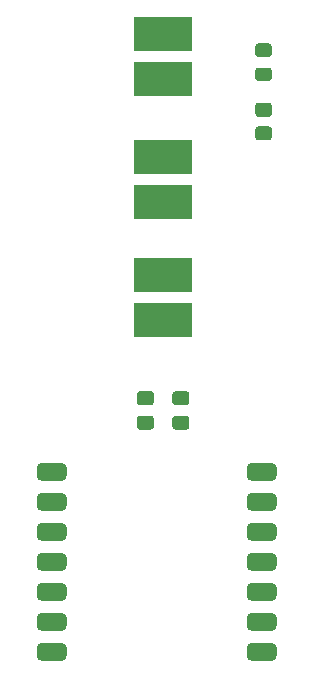
<source format=gbs>
G04 #@! TF.GenerationSoftware,KiCad,Pcbnew,5.1.9+dfsg1-1*
G04 #@! TF.CreationDate,2022-11-10T16:00:36+09:00*
G04 #@! TF.ProjectId,esp32-button,65737033-322d-4627-9574-746f6e2e6b69,rev?*
G04 #@! TF.SameCoordinates,Original*
G04 #@! TF.FileFunction,Soldermask,Bot*
G04 #@! TF.FilePolarity,Negative*
%FSLAX46Y46*%
G04 Gerber Fmt 4.6, Leading zero omitted, Abs format (unit mm)*
G04 Created by KiCad (PCBNEW 5.1.9+dfsg1-1) date 2022-11-10 16:00:36*
%MOMM*%
%LPD*%
G01*
G04 APERTURE LIST*
%ADD10R,5.000000X3.000000*%
G04 APERTURE END LIST*
G36*
G01*
X145975000Y-101087500D02*
X145025000Y-101087500D01*
G75*
G02*
X144775000Y-100837500I0J250000D01*
G01*
X144775000Y-100162500D01*
G75*
G02*
X145025000Y-99912500I250000J0D01*
G01*
X145975000Y-99912500D01*
G75*
G02*
X146225000Y-100162500I0J-250000D01*
G01*
X146225000Y-100837500D01*
G75*
G02*
X145975000Y-101087500I-250000J0D01*
G01*
G37*
G36*
G01*
X145975000Y-99012500D02*
X145025000Y-99012500D01*
G75*
G02*
X144775000Y-98762500I0J250000D01*
G01*
X144775000Y-98087500D01*
G75*
G02*
X145025000Y-97837500I250000J0D01*
G01*
X145975000Y-97837500D01*
G75*
G02*
X146225000Y-98087500I0J-250000D01*
G01*
X146225000Y-98762500D01*
G75*
G02*
X145975000Y-99012500I-250000J0D01*
G01*
G37*
G36*
G01*
X142975000Y-99012500D02*
X142025000Y-99012500D01*
G75*
G02*
X141775000Y-98762500I0J250000D01*
G01*
X141775000Y-98087500D01*
G75*
G02*
X142025000Y-97837500I250000J0D01*
G01*
X142975000Y-97837500D01*
G75*
G02*
X143225000Y-98087500I0J-250000D01*
G01*
X143225000Y-98762500D01*
G75*
G02*
X142975000Y-99012500I-250000J0D01*
G01*
G37*
G36*
G01*
X142975000Y-101087500D02*
X142025000Y-101087500D01*
G75*
G02*
X141775000Y-100837500I0J250000D01*
G01*
X141775000Y-100162500D01*
G75*
G02*
X142025000Y-99912500I250000J0D01*
G01*
X142975000Y-99912500D01*
G75*
G02*
X143225000Y-100162500I0J-250000D01*
G01*
X143225000Y-100837500D01*
G75*
G02*
X142975000Y-101087500I-250000J0D01*
G01*
G37*
G36*
G01*
X152049999Y-68375000D02*
X152950001Y-68375000D01*
G75*
G02*
X153200000Y-68624999I0J-249999D01*
G01*
X153200000Y-69275001D01*
G75*
G02*
X152950001Y-69525000I-249999J0D01*
G01*
X152049999Y-69525000D01*
G75*
G02*
X151800000Y-69275001I0J249999D01*
G01*
X151800000Y-68624999D01*
G75*
G02*
X152049999Y-68375000I249999J0D01*
G01*
G37*
G36*
G01*
X152049999Y-70425000D02*
X152950001Y-70425000D01*
G75*
G02*
X153200000Y-70674999I0J-249999D01*
G01*
X153200000Y-71325001D01*
G75*
G02*
X152950001Y-71575000I-249999J0D01*
G01*
X152049999Y-71575000D01*
G75*
G02*
X151800000Y-71325001I0J249999D01*
G01*
X151800000Y-70674999D01*
G75*
G02*
X152049999Y-70425000I249999J0D01*
G01*
G37*
D10*
X144000000Y-88000000D03*
X144000000Y-91810000D03*
G36*
G01*
X152049999Y-75400000D02*
X152950001Y-75400000D01*
G75*
G02*
X153200000Y-75649999I0J-249999D01*
G01*
X153200000Y-76350001D01*
G75*
G02*
X152950001Y-76600000I-249999J0D01*
G01*
X152049999Y-76600000D01*
G75*
G02*
X151800000Y-76350001I0J249999D01*
G01*
X151800000Y-75649999D01*
G75*
G02*
X152049999Y-75400000I249999J0D01*
G01*
G37*
G36*
G01*
X152049999Y-73400000D02*
X152950001Y-73400000D01*
G75*
G02*
X153200000Y-73649999I0J-249999D01*
G01*
X153200000Y-74350001D01*
G75*
G02*
X152950001Y-74600000I-249999J0D01*
G01*
X152049999Y-74600000D01*
G75*
G02*
X151800000Y-74350001I0J249999D01*
G01*
X151800000Y-73649999D01*
G75*
G02*
X152049999Y-73400000I249999J0D01*
G01*
G37*
G36*
G01*
X133320000Y-120275000D02*
X133320000Y-119525000D01*
G75*
G02*
X133695000Y-119150000I375000J0D01*
G01*
X135445000Y-119150000D01*
G75*
G02*
X135820000Y-119525000I0J-375000D01*
G01*
X135820000Y-120275000D01*
G75*
G02*
X135445000Y-120650000I-375000J0D01*
G01*
X133695000Y-120650000D01*
G75*
G02*
X133320000Y-120275000I0J375000D01*
G01*
G37*
G36*
G01*
X133320000Y-117735000D02*
X133320000Y-116985000D01*
G75*
G02*
X133695000Y-116610000I375000J0D01*
G01*
X135445000Y-116610000D01*
G75*
G02*
X135820000Y-116985000I0J-375000D01*
G01*
X135820000Y-117735000D01*
G75*
G02*
X135445000Y-118110000I-375000J0D01*
G01*
X133695000Y-118110000D01*
G75*
G02*
X133320000Y-117735000I0J375000D01*
G01*
G37*
G36*
G01*
X133320000Y-115195000D02*
X133320000Y-114445000D01*
G75*
G02*
X133695000Y-114070000I375000J0D01*
G01*
X135445000Y-114070000D01*
G75*
G02*
X135820000Y-114445000I0J-375000D01*
G01*
X135820000Y-115195000D01*
G75*
G02*
X135445000Y-115570000I-375000J0D01*
G01*
X133695000Y-115570000D01*
G75*
G02*
X133320000Y-115195000I0J375000D01*
G01*
G37*
G36*
G01*
X133320000Y-112655000D02*
X133320000Y-111905000D01*
G75*
G02*
X133695000Y-111530000I375000J0D01*
G01*
X135445000Y-111530000D01*
G75*
G02*
X135820000Y-111905000I0J-375000D01*
G01*
X135820000Y-112655000D01*
G75*
G02*
X135445000Y-113030000I-375000J0D01*
G01*
X133695000Y-113030000D01*
G75*
G02*
X133320000Y-112655000I0J375000D01*
G01*
G37*
G36*
G01*
X133320000Y-110115000D02*
X133320000Y-109365000D01*
G75*
G02*
X133695000Y-108990000I375000J0D01*
G01*
X135445000Y-108990000D01*
G75*
G02*
X135820000Y-109365000I0J-375000D01*
G01*
X135820000Y-110115000D01*
G75*
G02*
X135445000Y-110490000I-375000J0D01*
G01*
X133695000Y-110490000D01*
G75*
G02*
X133320000Y-110115000I0J375000D01*
G01*
G37*
G36*
G01*
X133320000Y-107575000D02*
X133320000Y-106825000D01*
G75*
G02*
X133695000Y-106450000I375000J0D01*
G01*
X135445000Y-106450000D01*
G75*
G02*
X135820000Y-106825000I0J-375000D01*
G01*
X135820000Y-107575000D01*
G75*
G02*
X135445000Y-107950000I-375000J0D01*
G01*
X133695000Y-107950000D01*
G75*
G02*
X133320000Y-107575000I0J375000D01*
G01*
G37*
G36*
G01*
X133320000Y-105035000D02*
X133320000Y-104285000D01*
G75*
G02*
X133695000Y-103910000I375000J0D01*
G01*
X135445000Y-103910000D01*
G75*
G02*
X135820000Y-104285000I0J-375000D01*
G01*
X135820000Y-105035000D01*
G75*
G02*
X135445000Y-105410000I-375000J0D01*
G01*
X133695000Y-105410000D01*
G75*
G02*
X133320000Y-105035000I0J375000D01*
G01*
G37*
G36*
G01*
X151100000Y-105035000D02*
X151100000Y-104285000D01*
G75*
G02*
X151475000Y-103910000I375000J0D01*
G01*
X153225000Y-103910000D01*
G75*
G02*
X153600000Y-104285000I0J-375000D01*
G01*
X153600000Y-105035000D01*
G75*
G02*
X153225000Y-105410000I-375000J0D01*
G01*
X151475000Y-105410000D01*
G75*
G02*
X151100000Y-105035000I0J375000D01*
G01*
G37*
G36*
G01*
X151100000Y-107575000D02*
X151100000Y-106825000D01*
G75*
G02*
X151475000Y-106450000I375000J0D01*
G01*
X153225000Y-106450000D01*
G75*
G02*
X153600000Y-106825000I0J-375000D01*
G01*
X153600000Y-107575000D01*
G75*
G02*
X153225000Y-107950000I-375000J0D01*
G01*
X151475000Y-107950000D01*
G75*
G02*
X151100000Y-107575000I0J375000D01*
G01*
G37*
G36*
G01*
X151100000Y-110115000D02*
X151100000Y-109365000D01*
G75*
G02*
X151475000Y-108990000I375000J0D01*
G01*
X153225000Y-108990000D01*
G75*
G02*
X153600000Y-109365000I0J-375000D01*
G01*
X153600000Y-110115000D01*
G75*
G02*
X153225000Y-110490000I-375000J0D01*
G01*
X151475000Y-110490000D01*
G75*
G02*
X151100000Y-110115000I0J375000D01*
G01*
G37*
G36*
G01*
X151100000Y-112655000D02*
X151100000Y-111905000D01*
G75*
G02*
X151475000Y-111530000I375000J0D01*
G01*
X153225000Y-111530000D01*
G75*
G02*
X153600000Y-111905000I0J-375000D01*
G01*
X153600000Y-112655000D01*
G75*
G02*
X153225000Y-113030000I-375000J0D01*
G01*
X151475000Y-113030000D01*
G75*
G02*
X151100000Y-112655000I0J375000D01*
G01*
G37*
G36*
G01*
X151100000Y-115195000D02*
X151100000Y-114445000D01*
G75*
G02*
X151475000Y-114070000I375000J0D01*
G01*
X153225000Y-114070000D01*
G75*
G02*
X153600000Y-114445000I0J-375000D01*
G01*
X153600000Y-115195000D01*
G75*
G02*
X153225000Y-115570000I-375000J0D01*
G01*
X151475000Y-115570000D01*
G75*
G02*
X151100000Y-115195000I0J375000D01*
G01*
G37*
G36*
G01*
X151100000Y-117735000D02*
X151100000Y-116985000D01*
G75*
G02*
X151475000Y-116610000I375000J0D01*
G01*
X153225000Y-116610000D01*
G75*
G02*
X153600000Y-116985000I0J-375000D01*
G01*
X153600000Y-117735000D01*
G75*
G02*
X153225000Y-118110000I-375000J0D01*
G01*
X151475000Y-118110000D01*
G75*
G02*
X151100000Y-117735000I0J375000D01*
G01*
G37*
G36*
G01*
X151100000Y-120275000D02*
X151100000Y-119525000D01*
G75*
G02*
X151475000Y-119150000I375000J0D01*
G01*
X153225000Y-119150000D01*
G75*
G02*
X153600000Y-119525000I0J-375000D01*
G01*
X153600000Y-120275000D01*
G75*
G02*
X153225000Y-120650000I-375000J0D01*
G01*
X151475000Y-120650000D01*
G75*
G02*
X151100000Y-120275000I0J375000D01*
G01*
G37*
X144018000Y-77978000D03*
X144018000Y-81788000D03*
X144018000Y-71374000D03*
X144018000Y-67564000D03*
M02*

</source>
